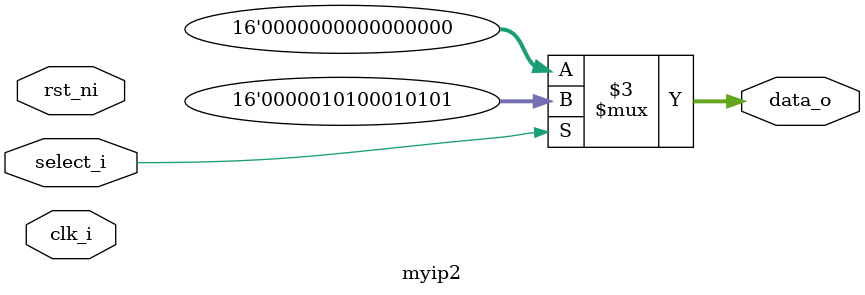
<source format=sv>
module myip2 (
    input  logic        clk_i,
    input  logic        rst_ni,
    input  logic        select_i,
    output logic [15:0] data_o
);

    always_comb begin
        if (select_i) begin
            data_o = 16'd1301;
        end else begin
            data_o = 16'h0000;
        end
    end

endmodule

</source>
